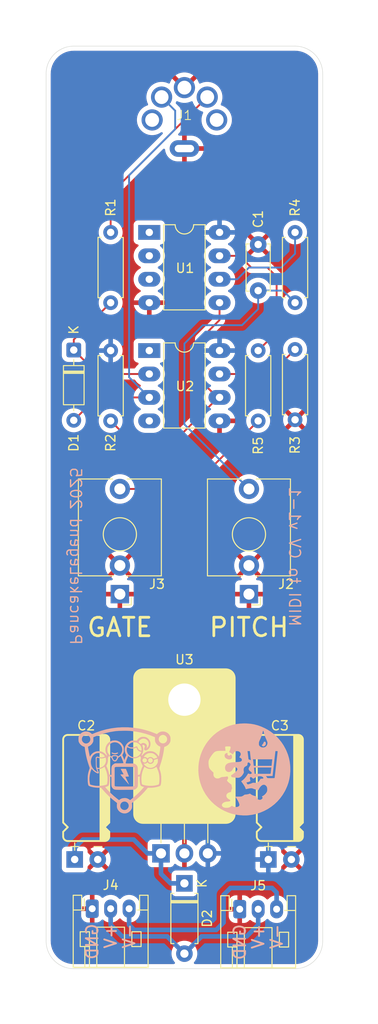
<source format=kicad_pcb>
(kicad_pcb (version 20241229) (generator "pcbnew") (generator_version "9.0")
  (title_block (title "MIDI to CV") (date "2025-06-14") (rev "1-1"))
  (layers (0 "F.Cu" signal) (2 "B.Cu" signal) (13 "F.Paste" user) (15 "B.Paste" user) (5 "F.SilkS" user "F.Silkscreen") (7 "B.SilkS" user "B.Silkscreen") (1 "F.Mask" user) (3 "B.Mask" user) (25 "Edge.Cuts" user))
  (net 0 "")
  (net 1 "Net-(C1-Pad1)")
  (net 2 "GND")
  (net 3 "Net-(D2-K)")
  (net 4 "+5V")
  (net 5 "Net-(D1-A)")
  (net 6 "Net-(D1-K)")
  (net 7 "VDD")
  (net 8 "Net-(J1-Pad4)")
  (net 11 "Net-(J3-PadT)")
  (net 12 "VSS")
  (net 13 "PB0")
  (net 14 "Net-(U2-VO1)")
  (net 15 "Net-(U1-PB1)")
  (net 16 "Net-(U1-PB2)")
  (footprint "HackSynth:L7805 - TO-220-3_Horizontal_TabDown" (layer "F.Cu") (at 165 137.5)
    (property "Reference" "U3" (at 0 -20.999999 0) (layer "F.SilkS"))
    (property "Value" "L7805")
    (pad "" np_thru_hole circle (at 0 -16.66) (size 3.5 3.5) (drill 3.5) (layers "*.Cu" "*.Mask"))
    (pad "1" thru_hole rect (at -2.54 0) (size 1.905 2) (drill 1.1) (layers "*.Cu" "*.Mask") (net 3 "Net-(D2-K)"))
    (pad "2" thru_hole oval (at 0 0) (size 1.905 2) (drill 1.1) (layers "*.Cu" "*.Mask") (net 2 "GND"))
    (pad "3" thru_hole oval (at 2.54 0) (size 1.905 2) (drill 1.1) (layers "*.Cu" "*.Mask") (net 4 "+5V"))
    (pad "4" smd custom (at 0 -11.5) (size 1.27 1.27) (layers "F.Cu" "F.Mask" "F.SilkS" "F.Paste") (options (clearance outline) (anchor circle)) (primitives (gr_poly (pts (xy -1.27 -0.4445) (xy -1.255499 -0.517401) (xy -1.214204 -0.579204) (xy -1.152401 -0.620499) (xy -1.0795 -0.635) (xy 1.0795 -0.635) (xy 1.152401 -0.620499) (xy 1.214204 -0.579204) (xy 1.255499 -0.517401) (xy 1.27 -0.4445) (xy 1.27 0.4445) (xy 1.255499 0.517401) (xy 1.214204 0.579204) (xy 1.152401 0.620499) (xy 1.0795 0.635) (xy -1.0795 0.635) (xy -1.152401 0.620499) (xy -1.214204 0.579204) (xy -1.255499 0.517401) (xy -1.27 0.4445)) (width 0) (fill yes)) (gr_poly (pts (xy 4.5 8.25) (xy 5.5 7.25) (xy 5.5 -7.5) (xy 4.5 -8.5) (xy -4.5 -8.5) (xy -5.5 -7.5) (xy -5.5 7.25) (xy -4.5 8.25)) (width 0.1) (fill yes)) (gr_circle (center 4.5 -7.5) (end 5.5 -7.5) (width 0.1) (fill yes)) (gr_circle (center -4.5 -7.5) (end -4.5 -6.5) (width 0.1) (fill yes)) (gr_circle (center -4.5 7.25) (end -4.5 8.25) (width 0.1) (fill yes)) (gr_circle (center 4.5 7.25) (end 5.5 7.25) (width 0.1) (fill yes))))
  )
  (footprint "HackSynth:Jack_3.5mm" (layer "F.Cu") (at 158 102.92)
    (property "Reference" "J3" (at 4.03 5.4 0) (layer "F.SilkS"))
    (property "Value" "GATE")
    (pad "G" thru_hole rect (at 0 6.48) (size 2 2) (drill 1.2) (layers "*.Cu" "*.Mask") (net 2 "GND"))
    (pad "S" thru_hole circle (at 0 3.38) (size 2.2 2.2) (drill 1.2) (layers "*.Cu" "*.Mask") (net 2 "GND"))
    (pad "T" thru_hole circle (at 0 -4.92) (size 2.2 2.2) (drill 1.2) (layers "*.Cu" "*.Mask") (net 11 "Net-(J3-PadT)"))
    (zone (net 0) (net_name "") (layer "F.Cu") (connect_pads (clearance 0)) (min_thickness 0.254)
      (keepout (tracks not_allowed) (vias not_allowed) (pads not_allowed) (copperpour not_allowed) (footprints not_allowed))
      (fill (thermal_gap 0.508) (thermal_bridge_width 0.508))
      (polygon (pts (xy 156.494859 102.92) (xy 156.51507 103.165829) (xy 156.575159 103.405055) (xy 156.673514 103.631256) (xy 156.807492 103.838355) (xy 156.973496 104.02079) (xy 157.167068 104.173664) (xy 157.383008 104.292869) (xy 157.615518 104.375206) (xy 157.858354 104.418461) (xy 158.104993 104.421475) (xy 158.348813 104.384165) (xy 158.583266 104.307534) (xy 158.802054 104.19364) (xy 158.999303 104.045542) (xy 159.169714 103.867216) (xy 159.308712 103.663452) (xy 159.412564 103.439722) (xy 159.478481 103.202035) (xy 159.504692 102.956774) (xy 159.490493 102.710525) (xy 159.436266 102.469901) (xy 159.343468 102.241366) (xy 159.214589 102.031055) (xy 159.053092 101.844618) (xy 158.863313 101.687061) (xy 158.65035 101.562615) (xy 158.419921 101.474623) (xy 158.178215 101.425447) (xy 157.931722 101.416408) (xy 157.687064 101.44775) (xy 157.450809 101.51863) (xy 157.229303 101.627144) (xy 157.028495 101.770379) (xy 156.853777 101.944488) (xy 156.709842 102.144795) (xy 156.600555 102.365921) (xy 156.528851 102.601926) (xy 156.496656 102.846474)))
    )
  )
  (footprint "HackSynth:R_Axial_DIN0207_L6.3mm_D2.5mm_P7.62mm_Horizontal" (layer "F.Cu") (at 177 70.19 -90)
    (property "Reference" "R4" (at -2.69 0 90) (layer "F.SilkS"))
    (property "Value" "1k")
    (pad "1" thru_hole circle (at 0 0 270) (size 1.6 1.6) (drill 0.8) (layers "*.Cu" "*.Mask") (net 15 "Net-(U1-PB1)"))
    (pad "2" thru_hole oval (at 7.62 0 270) (size 1.6 1.6) (drill 0.8) (layers "*.Cu" "*.Mask") (net 1 "Net-(C1-Pad1)"))
  )
  (footprint "HackSynth:D_A-405_P7.62mm_Horizontal" (layer "F.Cu") (at 165 140.75 -90)
    (property "Reference" "D2" (at 3.81 -2.47 90) (layer "F.SilkS"))
    (property "Value" "1N4002")
    (fp_text user "K" (at 0 -1.9 90) (layer "F.SilkS"))
    (pad "1" thru_hole rect (at 0 0 270) (size 1.8 1.8) (drill 0.9) (layers "*.Cu" "*.Mask") (net 3 "Net-(D2-K)"))
    (pad "2" thru_hole oval (at 7.62 0 270) (size 1.8 1.8) (drill 0.9) (layers "*.Cu" "*.Mask") (net 7 "VDD"))
  )
  (footprint "HackSynth:C_Disc_D5.0mm_W2.5mm_P5.00mm" (layer "F.Cu") (at 173 76.5 90)
    (property "Reference" "C1" (at 7.75 0 90) (layer "F.SilkS"))
    (property "Value" "100nF")
    (pad "1" thru_hole circle (at 0 0 90) (size 1.8 1.8) (drill 0.8) (layers "*.Cu" "*.Mask") (net 1 "Net-(C1-Pad1)"))
    (pad "2" thru_hole circle (at 5 0 90) (size 1.8 1.8) (drill 0.8) (layers "*.Cu" "*.Mask") (net 2 "GND"))
  )
  (footprint "HackSynth:R_Axial_DIN0207_L6.3mm_D2.5mm_P7.62mm_Horizontal" (layer "F.Cu") (at 173 83 -90)
    (property "Reference" "R5" (at 10.31 0 90) (layer "F.SilkS"))
    (property "Value" "1k")
    (pad "1" thru_hole circle (at 0 0 270) (size 1.6 1.6) (drill 0.8) (layers "*.Cu" "*.Mask") (net 16 "Net-(U1-PB2)"))
    (pad "2" thru_hole oval (at 7.62 0 270) (size 1.6 1.6) (drill 0.8) (layers "*.Cu" "*.Mask") (net 11 "Net-(J3-PadT)"))
  )
  (footprint "HackSynth:JST_PH_S3B-PH-K_1x03_P2.00mm_Horizontal" (layer "F.Cu") (at 155 143.5)
    (property "Reference" "J4" (at 2 -2.55 0) (layer "F.SilkS"))
    (property "Value" "Conn_01x03_Socket")
    (fp_text user "GND" (at 0 1.5 90) (layer "B.SilkS") (effects (font (size 1.27 1.27) (thickness 0.2)) (justify left mirror)))
    (fp_text user "+V" (at 2 1.5 90) (layer "B.SilkS") (effects (font (size 1.27 1.27) (thickness 0.2)) (justify left mirror)))
    (fp_text user "-V" (at 4 1.5 90) (layer "B.SilkS") (effects (font (size 1.27 1.27) (thickness 0.2)) (justify left mirror)))
    (pad "1" thru_hole roundrect (at 0 0) (size 1.4 2) (drill 0.75) (layers "*.Cu" "*.Mask") (roundrect_rratio 0.208333) (net 2 "GND"))
    (pad "2" thru_hole oval (at 2 0) (size 1.4 2) (drill 0.75) (layers "*.Cu" "*.Mask") (net 7 "VDD"))
    (pad "3" thru_hole oval (at 4 0) (size 1.4 2) (drill 0.75) (layers "*.Cu" "*.Mask") (net 12 "VSS"))
  )
  (footprint "HackSynth:Jack_3.5mm" (layer "F.Cu") (at 172 102.92)
    (property "Reference" "J2" (at 4.03 5.4 0) (layer "F.SilkS"))
    (property "Value" "PITCH")
    (pad "G" thru_hole rect (at 0 6.48) (size 2 2) (drill 1.2) (layers "*.Cu" "*.Mask") (net 2 "GND"))
    (pad "S" thru_hole circle (at 0 3.38) (size 2.2 2.2) (drill 1.2) (layers "*.Cu" "*.Mask") (net 2 "GND"))
    (pad "T" thru_hole circle (at 0 -4.92) (size 2.2 2.2) (drill 1.2) (layers "*.Cu" "*.Mask") (net 1 "Net-(C1-Pad1)"))
    (zone (net 0) (net_name "") (layer "F.Cu") (connect_pads (clearance 0)) (min_thickness 0.254)
      (keepout (tracks not_allowed) (vias not_allowed) (pads not_allowed) (copperpour not_allowed) (footprints not_allowed))
      (fill (thermal_gap 0.508) (thermal_bridge_width 0.508))
      (polygon (pts (xy 170.494859 102.92) (xy 170.51507 103.165829) (xy 170.575159 103.405055) (xy 170.673514 103.631256) (xy 170.807492 103.838355) (xy 170.973496 104.02079) (xy 171.167068 104.173664) (xy 171.383008 104.292869) (xy 171.615518 104.375206) (xy 171.858354 104.418461) (xy 172.104993 104.421475) (xy 172.348813 104.384165) (xy 172.583266 104.307534) (xy 172.802054 104.19364) (xy 172.999303 104.045542) (xy 173.169714 103.867216) (xy 173.308712 103.663452) (xy 173.412564 103.439722) (xy 173.478481 103.202035) (xy 173.504692 102.956774) (xy 173.490493 102.710525) (xy 173.436266 102.469901) (xy 173.343468 102.241366) (xy 173.214589 102.031055) (xy 173.053092 101.844618) (xy 172.863313 101.687061) (xy 172.65035 101.562615) (xy 172.419921 101.474623) (xy 172.178215 101.425447) (xy 171.931722 101.416408) (xy 171.687064 101.44775) (xy 171.450809 101.51863) (xy 171.229303 101.627144) (xy 171.028495 101.770379) (xy 170.853777 101.944488) (xy 170.709842 102.144795) (xy 170.600555 102.365921) (xy 170.528851 102.601926) (xy 170.496656 102.846474)))
    )
  )
  (footprint "HackSynth:DIP-8_W7.62mm_LongPads" (layer "F.Cu") (at 165 86.81)
    (property "Reference" "U2" (at 0.065 0.07 0) (layer "F.SilkS"))
    (property "Value" "6N138")
    (pad "1" thru_hole rect (at -3.81 -3.81) (size 2.4 1.6) (drill 0.8) (layers "*.Cu" "*.Mask"))
    (pad "2" thru_hole oval (at -3.81 -1.27) (size 2.4 1.6) (drill 0.8) (layers "*.Cu" "*.Mask") (net 6 "Net-(D1-K)"))
    (pad "3" thru_hole oval (at -3.81 1.27) (size 2.4 1.6) (drill 0.8) (layers "*.Cu" "*.Mask") (net 5 "Net-(D1-A)"))
    (pad "4" thru_hole oval (at -3.81 3.81) (size 2.4 1.6) (drill 0.8) (layers "*.Cu" "*.Mask"))
    (pad "5" thru_hole oval (at 3.81 3.81) (size 2.4 1.6) (drill 0.8) (layers "*.Cu" "*.Mask") (net 2 "GND"))
    (pad "6" thru_hole oval (at 3.81 1.27) (size 2.4 1.6) (drill 0.8) (layers "*.Cu" "*.Mask") (net 13 "PB0"))
    (pad "7" thru_hole oval (at 3.81 -1.27) (size 2.4 1.6) (drill 0.8) (layers "*.Cu" "*.Mask") (net 14 "Net-(U2-VO1)"))
    (pad "8" thru_hole oval (at 3.81 -3.81) (size 2.4 1.6) (drill 0.8) (layers "*.Cu" "*.Mask") (net 4 "+5V"))
  )
  (footprint "HackSynth:Module 30x100mm" (layer "F.Cu") (at 165 100)
    (property "Reference" "REF**" (hide yes))
    (property "Value" "Untitled" (hide yes))
    (fp_line (start -14.999999 -47) (end -15 47) (stroke (width 0.05)) (layer "Edge.Cuts"))
    (fp_line (start -12 49.999999) (end 12 50) (stroke (width 0.05)) (layer "Edge.Cuts"))
    (fp_line (start 12 -50) (end -12 -50) (stroke (width 0.05)) (layer "Edge.Cuts"))
    (fp_line (start 15 47) (end 15 -47) (stroke (width 0.05)) (layer "Edge.Cuts"))
    (fp_arc (start -15 -47) (mid -14.12132 -49.12132) (end -12 -50) (stroke (width 0.05)) (layer "Edge.Cuts"))
    (fp_arc (start -12 50) (mid -14.12132 49.12132) (end -15 47) (stroke (width 0.05)) (layer "Edge.Cuts"))
    (fp_arc (start 12 -50) (mid 14.12132 -49.12132) (end 15 -47) (stroke (width 0.05)) (layer "Edge.Cuts"))
    (fp_arc (start 15 47) (mid 14.12132 49.12132) (end 12 50) (stroke (width 0.05)) (layer "Edge.Cuts"))
  )
  (footprint "Diode_THT:D_DO-35_SOD27_P7.62mm_Horizontal" (layer "F.Cu") (at 153 82.94 -90)
    (property "Reference" "D1" (at 10.06 0 90) (layer "F.SilkS"))
    (property "Value" "1N4148")
    (fp_text user "K" (at -2.190001 0 90) (layer "F.SilkS"))
    (pad "1" thru_hole roundrect (at 0 0 270) (size 1.6 1.6) (drill 0.8) (layers "*.Cu" "*.Mask") (roundrect_rratio 0.15625) (net 6 "Net-(D1-K)"))
    (pad "2" thru_hole circle (at 7.62 0 270) (size 1.6 1.6) (drill 0.8) (layers "*.Cu" "*.Mask") (net 5 "Net-(D1-A)"))
  )
  (footprint "HackSynth:DIP-8_W7.62mm_LongPads" (layer "F.Cu") (at 165 74)
    (property "Reference" "U1" (at 0.065 0.07 0) (layer "F.SilkS"))
    (property "Value" "ATtiny45-20P")
    (pad "1" thru_hole rect (at -3.81 -3.81) (size 2.4 1.6) (drill 0.8) (layers "*.Cu" "*.Mask"))
    (pad "2" thru_hole oval (at -3.81 -1.27) (size 2.4 1.6) (drill 0.8) (layers "*.Cu" "*.Mask"))
    (pad "3" thru_hole oval (at -3.81 1.27) (size 2.4 1.6) (drill 0.8) (layers "*.Cu" "*.Mask"))
    (pad "4" thru_hole oval (at -3.81 3.81) (size 2.4 1.6) (drill 0.8) (layers "*.Cu" "*.Mask") (net 2 "GND"))
    (pad "5" thru_hole oval (at 3.81 3.81) (size 2.4 1.6) (drill 0.8) (layers "*.Cu" "*.Mask") (net 13 "PB0"))
    (pad "6" thru_hole oval (at 3.81 1.27) (size 2.4 1.6) (drill 0.8) (layers "*.Cu" "*.Mask") (net 15 "Net-(U1-PB1)"))
    (pad "7" thru_hole oval (at 3.81 -1.27) (size 2.4 1.6) (drill 0.8) (layers "*.Cu" "*.Mask") (net 16 "Net-(U1-PB2)"))
    (pad "8" thru_hole oval (at 3.81 -3.81) (size 2.4 1.6) (drill 0.8) (layers "*.Cu" "*.Mask") (net 4 "+5V"))
  )
  (footprint "HackSynth:R_Axial_DIN0207_L6.3mm_D2.5mm_P7.62mm_Horizontal" (layer "F.Cu") (at 157 90.62 90)
    (property "Reference" "R2" (at -2.38 0 90) (layer "F.SilkS"))
    (property "Value" "220R")
    (pad "1" thru_hole circle (at 0 0 90) (size 1.6 1.6) (drill 0.8) (layers "*.Cu" "*.Mask") (net 13 "PB0"))
    (pad "2" thru_hole oval (at 7.62 0 90) (size 1.6 1.6) (drill 0.8) (layers "*.Cu" "*.Mask") (net 4 "+5V"))
  )
  (footprint "HackSynth:JST_PH_S3B-PH-K_1x03_P2.00mm_Horizontal" (layer "F.Cu") (at 171 143.55)
    (property "Reference" "J5" (at 2 -2.55 0) (layer "F.SilkS"))
    (property "Value" "Conn_01x03_Socket")
    (fp_text user "+V" (at 2 1.5 90) (layer "B.SilkS") (effects (font (size 1.27 1.27) (thickness 0.2)) (justify left mirror)))
    (fp_text user "GND" (at 0 1.5 90) (layer "B.SilkS") (effects (font (size 1.27 1.27) (thickness 0.2)) (justify left mirror)))
    (fp_text user "-V" (at 4 1.5 90) (layer "B.SilkS") (effects (font (size 1.27 1.27) (thickness 0.2)) (justify left mirror)))
    (pad "1" thru_hole roundrect (at 0 0) (size 1.4 2) (drill 0.75) (layers "*.Cu" "*.Mask") (roundrect_rratio 0.208333) (net 2 "GND"))
    (pad "2" thru_hole oval (at 2 0) (size 1.4 2) (drill 0.75) (layers "*.Cu" "*.Mask") (net 7 "VDD"))
    (pad "3" thru_hole oval (at 4 0) (size 1.4 2) (drill 0.75) (layers "*.Cu" "*.Mask") (net 12 "VSS"))
  )
  (footprint "HackSynth:CP_Radial_D5.2mm_P2.50mm_LayDown" (layer "F.Cu") (at 154.35 138.1625)
    (property "Reference" "C2" (at 0 -14.5 0) (layer "F.SilkS"))
    (property "Value" "10uF 25v")
    (pad "1" thru_hole rect (at -1.25 0) (size 1.8 1.8) (drill 0.8) (layers "*.Cu" "*.Mask") (net 3 "Net-(D2-K)"))
    (pad "2" thru_hole circle (at 1.25 0) (size 1.8 1.8) (drill 0.8) (layers "*.Cu" "*.Mask") (net 2 "GND"))
  )
  (footprint "HackSynth:R_Axial_DIN0207_L6.3mm_D2.5mm_P7.62mm_Horizontal" (layer "F.Cu") (at 177 90.5 90)
    (property "Reference" "R3" (at -2.75 0 90) (layer "F.SilkS"))
    (property "Value" "4.7k")
    (pad "1" thru_hole circle (at 0 0 90) (size 1.6 1.6) (drill 0.8) (layers "*.Cu" "*.Mask") (net 2 "GND"))
    (pad "2" thru_hole oval (at 7.62 0 90) (size 1.6 1.6) (drill 0.8) (layers "*.Cu" "*.Mask") (net 14 "Net-(U2-VO1)"))
  )
  (footprint "HackSynth:R_Axial_DIN0207_L6.3mm_D2.5mm_P7.62mm_Horizontal" (layer "F.Cu") (at 157 70.19 -90)
    (property "Reference" "R1" (at -2.69 0 90) (layer "F.SilkS"))
    (property "Value" "220R")
    (pad "1" thru_hole circle (at 0 0 270) (size 1.6 1.6) (drill 0.8) (layers "*.Cu" "*.Mask") (net 8 "Net-(J1-Pad4)"))
    (pad "2" thru_hole oval (at 7.62 0 270) (size 1.6 1.6) (drill 0.8) (layers "*.Cu" "*.Mask") (net 6 "Net-(D1-K)"))
  )
  (footprint "HackSynth:DIN-5 - DS-5-07A - MIDI Jack" (layer "F.Cu") (at 165 58)
    (property "Reference" "J1" (at 0 -0.5 0) (layer "F.SilkS") (effects (font (thickness 0.1))))
    (property "Value" "DIN-5_180degree")
    (pad "1" thru_hole circle (at 3.5 0) (size 2.3 2.3) (drill 1.5) (layers "*.Cu" "*.Mask"))
    (pad "2" thru_hole circle (at 0 -3.5) (size 2.3 2.3) (drill 1.5) (layers "*.Cu" "*.Mask") (net 2 "GND"))
    (pad "3" thru_hole circle (at -3.5 0) (size 2.3 2.3) (drill 1.5) (layers "*.Cu" "*.Mask"))
    (pad "4" thru_hole circle (at 2.474874 -2.474874) (size 2.3 2.3) (drill 1.5) (layers "*.Cu" "*.Mask") (net 8 "Net-(J1-Pad4)"))
    (pad "5" thru_hole circle (at -2.474874 -2.474874) (size 2.3 2.3) (drill 1.5) (layers "*.Cu" "*.Mask") (net 5 "Net-(D1-A)"))
    (pad "G" thru_hole oval (at 0 3.1) (size 3.2 1.8) (drill oval 2.1 0.8) (layers "*.Cu" "*.Mask") (net 2 "GND"))
  )
  (footprint "HackSynth:CP_Radial_D5.2mm_P2.50mm_LayDown" (layer "F.Cu") (at 175.35 138.1625)
    (property "Reference" "C3" (at 0 -14.5 0) (layer "F.SilkS"))
    (property "Value" "1uF 50v")
    (pad "1" thru_hole rect (at -1.25 0) (size 1.8 1.8) (drill 0.8) (layers "*.Cu" "*.Mask") (net 4 "+5V"))
    (pad "2" thru_hole circle (at 1.25 0) (size 1.8 1.8) (drill 0.8) (layers "*.Cu" "*.Mask") (net 2 "GND"))
  )
  (footprint "HackSynth:CCHS Logo - 10mm" (layer "B.Cu") (at 158.5 128.5 180)
    (property "Reference" "Ref**" (hide yes))
    (property "Value" "Val**" (hide yes))
  )
  (footprint "HackSynth:PancakeLegend Logo - 10mm" (layer "B.Cu") (at 171.5 128.4 180)
    (property "Reference" "Ref**" (hide yes))
    (property "Value" "Val**" (hide yes))
  )
  (gr_text "GATE" (at 158 113 0) (layer "F.SilkS") (effects (font (size 2 2) (thickness 0.3))))
  (gr_text "PITCH" (at 172 113 0) (layer "F.SilkS") (effects (font (size 2 2) (thickness 0.3))))
  (gr_text "PancakeLegend 2025" (at 152.5 115 270) (layer "B.SilkS") (effects (font (size 1.2 1.2)) (justify left bottom mirror)))
  (gr_text "MIDI to CV v1-1" (at 176.25 113 270) (layer "B.SilkS") (effects (font (size 1.2 1.2)) (justify left bottom mirror)))
  (segment (start 167 80.25) (end 165 82.25) (width 0.2) (layer "B.Cu") (net 1))
  (segment (start 175.69 76.5) (end 177 77.81) (width 0.2) (layer "B.Cu") (net 1))
  (segment (start 173 76.5) (end 175.69 76.5) (width 0.2) (layer "B.Cu") (net 1))
  (segment (start 165 82.25) (end 165 91) (width 0.2) (layer "B.Cu") (net 1))
  (segment (start 173 78.5) (end 171.25 80.25) (width 0.2) (layer "B.Cu") (net 1))
  (segment (start 173 76.5) (end 173 78.5) (width 0.2) (layer "B.Cu") (net 1))
  (segment (start 171.25 80.25) (end 167 80.25) (width 0.2) (layer "B.Cu") (net 1))
  (segment (start 165 91) (end 172 98) (width 0.2) (layer "B.Cu") (net 1))
  (segment (start 153.1 136.9) (end 154 136) (width 0.5) (layer "B.Cu") (net 3))
  (segment (start 154 136) (end 159.5 136) (width 0.5) (layer "B.Cu") (net 3))
  (segment (start 163.5 140.75) (end 162.46 139.71) (width 0.5) (layer "B.Cu") (net 3))
  (segment (start 161 137.5) (end 162.46 137.5) (width 0.5) (layer "B.Cu") (net 3))
  (segment (start 162.46 139.71) (end 162.46 137.5) (width 0.5) (layer "B.Cu") (net 3))
  (segment (start 159.5 136) (end 161 137.5) (width 0.5) (layer "B.Cu") (net 3))
  (segment (start 153.1 138.1625) (end 153.1 136.9) (width 0.5) (layer "B.Cu") (net 3))
  (segment (start 165 140.75) (end 163.5 140.75) (width 0.5) (layer "B.Cu") (net 3))
  (segment (start 155.48 88.08) (end 153 90.56) (width 0.2) (layer "F.Cu") (net 5))
  (segment (start 161.19 88.08) (end 155.48 88.08) (width 0.2) (layer "F.Cu") (net 5))
  (segment (start 164 57) (end 164 59) (width 0.2) (layer "B.Cu") (net 5))
  (segment (start 161.19 88.08) (end 159 85.89) (width 0.2) (layer "B.Cu") (net 5))
  (segment (start 159 85.89) (end 159 64) (width 0.2) (layer "B.Cu") (net 5))
  (segment (start 164 59) (end 159 64) (width 0.2) (layer "B.Cu") (net 5))
  (segment (start 162.525126 55.525126) (end 164 57) (width 0.2) (layer "B.Cu") (net 5))
  (segment (start 153 81.81) (end 157 77.81) (width 0.2) (layer "F.Cu") (net 6))
  (segment (start 161.19 85.54) (end 155.6 85.54) (width 0.2) (layer "F.Cu") (net 6))
  (segment (start 155.6 85.54) (end 153 82.94) (width 0.2) (layer "F.Cu") (net 6))
  (segment (start 153 83.23) (end 153 81.81) (width 0.2) (layer "F.Cu") (net 6))
  (segment (start 158.25 146.5) (end 163.13 146.5) (width 0.5) (layer "B.Cu") (net 7))
  (segment (start 166.87 146.5) (end 171.75 146.5) (width 0.5) (layer "B.Cu") (net 7))
  (segment (start 163.13 146.5) (end 165 148.37) (width 0.5) (layer "B.Cu") (net 7))
  (segment (start 171.75 146.5) (end 173 145.25) (width 0.5) (layer "B.Cu") (net 7))
  (segment (start 165 148.37) (end 166.87 146.5) (width 0.5) (layer "B.Cu") (net 7))
  (segment (start 157 143.55) (end 157 145.25) (width 0.5) (layer "B.Cu") (net 7))
  (segment (start 173 145.25) (end 173 143.55) (width 0.5) (layer "B.Cu") (net 7))
  (segment (start 157 145.25) (end 158.25 146.5) (width 0.5) (layer "B.Cu") (net 7))
  (segment (start 157 70.19) (end 157 66) (width 0.2) (layer "F.Cu") (net 8))
  (segment (start 167.474874 55.525126) (end 157 66) (width 0.2) (layer "F.Cu") (net 8))
  (segment (start 158 98) (end 165.62 98) (width 0.2) (layer "F.Cu") (net 11))
  (segment (start 165.62 98) (end 173 90.62) (width 0.2) (layer "F.Cu") (net 11))
  (segment (start 170 141.25) (end 174.5 141.25) (width 0.5) (layer "B.Cu") (net 12))
  (segment (start 174.5 141.25) (end 175 141.75) (width 0.5) (layer "B.Cu") (net 12))
  (segment (start 159 143.55) (end 159 145.25) (width 0.5) (layer "B.Cu") (net 12))
  (segment (start 159.549 145.799) (end 168.451 145.799) (width 0.5) (layer "B.Cu") (net 12))
  (segment (start 169.25 145) (end 169.25 142) (width 0.5) (layer "B.Cu") (net 12))
  (segment (start 175 141.75) (end 175 143.55) (width 0.5) (layer "B.Cu") (net 12))
  (segment (start 169.25 142) (end 170 141.25) (width 0.5) (layer "B.Cu") (net 12))
  (segment (start 168.451 145.799) (end 169.25 145) (width 0.5) (layer "B.Cu") (net 12))
  (segment (start 159 145.25) (end 159.549 145.799) (width 0.5) (layer "B.Cu") (net 12))
  (segment (start 166.75 86.25) (end 168.58 88.08) (width 0.2) (layer "F.Cu") (net 13))
  (segment (start 168.81 88.08) (end 168.67 88.08) (width 0.2) (layer "F.Cu") (net 13))
  (segment (start 157.12 90.62) (end 157 90.62) (width 0.2) (layer "F.Cu") (net 13))
  (segment (start 168.58 88.08) (end 168.81 88.08) (width 0.2) (layer "F.Cu") (net 13))
  (segment (start 168.67 88.08) (end 163.25 93.5) (width 0.2) (layer "F.Cu") (net 13))
  (segment (start 159.88 93.5) (end 157 90.62) (width 0.2) (layer "F.Cu") (net 13))
  (segment (start 168.81 77.81) (end 168.81 79.69) (width 0.2) (layer "F.Cu") (net 13))
  (segment (start 166.75 81.75) (end 166.75 86.25) (width 0.2) (layer "F.Cu") (net 13))
  (segment (start 163.25 93.5) (end 159.88 93.5) (width 0.2) (layer "F.Cu") (net 13))
  (segment (start 168.81 79.69) (end 166.75 81.75) (width 0.2) (layer "F.Cu") (net 13))
  (segment (start 174.34 85.54) (end 177 82.88) (width 0.2) (layer "F.Cu") (net 14))
  (segment (start 168.81 85.54) (end 174.34 85.54) (width 0.2) (layer "F.Cu") (net 14))
  (segment (start 172 74) (end 175.5 74) (width 0.2) (layer "B.Cu") (net 15))
  (segment (start 170.73 75.27) (end 172 74) (width 0.2) (layer "B.Cu") (net 15))
  (segment (start 177 72.5) (end 177 70.19) (width 0.2) (layer "B.Cu") (net 15))
  (segment (start 175.5 74) (end 177 72.5) (width 0.2) (layer "B.Cu") (net 15))
  (segment (start 168.81 75.27) (end 170.73 75.27) (width 0.2) (layer "B.Cu") (net 15))
  (segment (start 175 75) (end 175 81) (width 0.2) (layer "F.Cu") (net 16))
  (segment (start 175 81) (end 173 83) (width 0.2) (layer "F.Cu") (net 16))
  (segment (start 172.25 74) (end 174 74) (width 0.2) (layer "F.Cu") (net 16))
  (segment (start 174 74) (end 175 75) (width 0.2) (layer "F.Cu") (net 16))
  (segment (start 168.81 72.73) (end 170.98 72.73) (width 0.2) (layer "F.Cu") (net 16))
  (segment (start 170.98 72.73) (end 172.25 74) (width 0.2) (layer "F.Cu") (net 16))
  (zone (net 2) (net_name "GND") (layer "F.Cu") (connect_pads (clearance 0.5)) (min_thickness 0.25) (fill yes (thermal_gap 0.5) (thermal_bridge_width 0.5))
    (polygon (pts (xy 145 45) (xy 185 45) (xy 185 155) (xy 145 155)))
  )
  (zone (net 4) (net_name "+5V") (layer "B.Cu") (priority 1) (connect_pads (clearance 0.5)) (min_thickness 0.25) (fill yes (thermal_gap 0.5) (thermal_bridge_width 0.5))
    (polygon (pts (xy 146 46) (xy 186 46) (xy 186 156) (xy 146 156)))
  )
)
</source>
